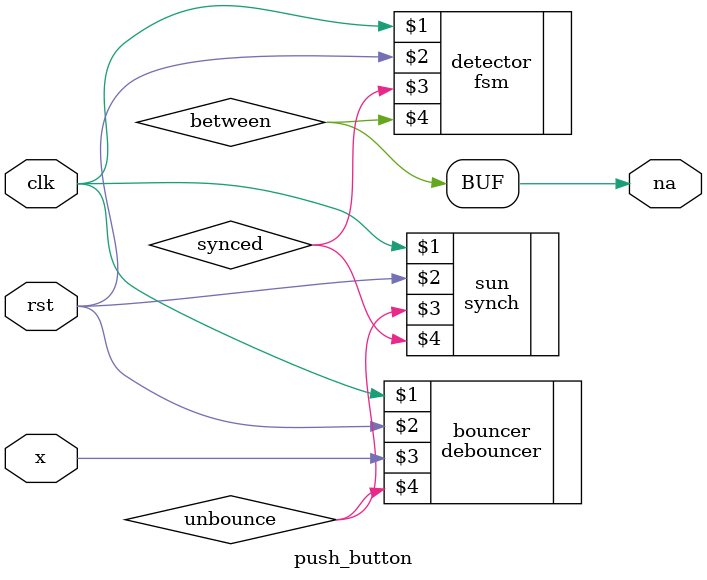
<source format=v>
`timescale 1ns / 1ps


module push_button(input clk, rst, x, output reg na);
   wire unbounce, synced;
   wire between; 
   debouncer bouncer(clk, rst, x, unbounce);
   synch sun (clk, rst, unbounce, synced);
   fsm detector(clk, rst, synced, between);
  // assign na = between; 
  always@(*)begin 
    na = between; 
  end
endmodule



</source>
